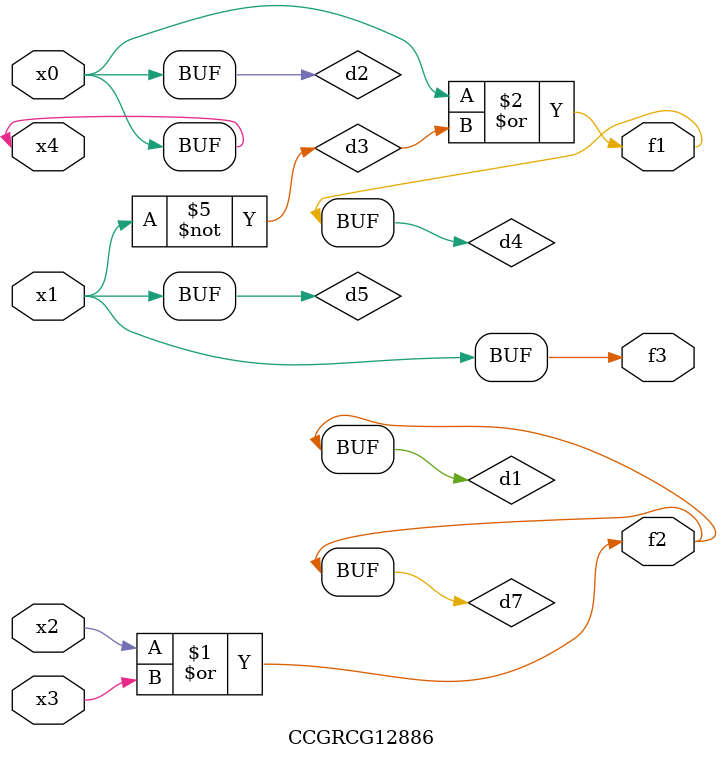
<source format=v>
module CCGRCG12886(
	input x0, x1, x2, x3, x4,
	output f1, f2, f3
);

	wire d1, d2, d3, d4, d5, d6, d7;

	or (d1, x2, x3);
	buf (d2, x0, x4);
	not (d3, x1);
	or (d4, d2, d3);
	not (d5, d3);
	nand (d6, d1, d3);
	or (d7, d1);
	assign f1 = d4;
	assign f2 = d7;
	assign f3 = d5;
endmodule

</source>
